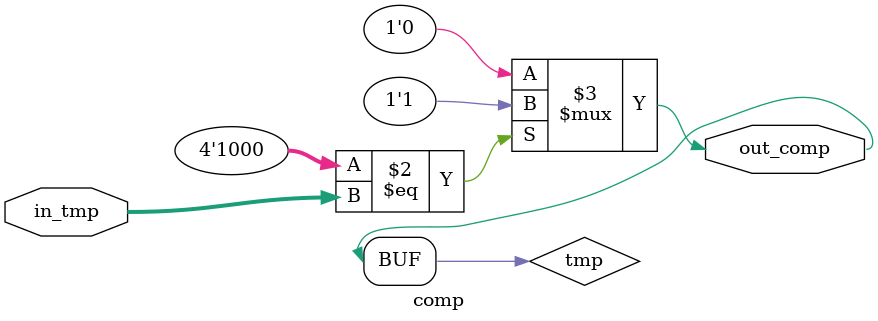
<source format=v>
module comp(in_tmp, out_comp);
  input [3:0]in_tmp;
  output out_comp;
  reg tmp;
    always@(in_tmp)
      tmp = (4'b1000 == in_tmp) ? 1'b1 : 1'b0;
    assign out_comp=tmp;
endmodule

</source>
